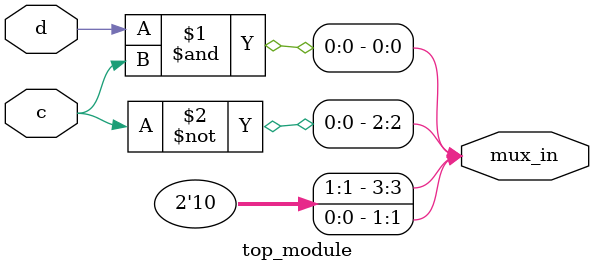
<source format=sv>
module top_module (
    input c,
    input d,
    output [3:0] mux_in
);

    // Assign values based on the provided Karnaugh map

    // ab = 00
    assign mux_in[0] = d & c;

    // ab = 01
    assign mux_in[1] = 0;

    // ab = 11
    assign mux_in[3] = 1;

    // ab = 10
    assign mux_in[2] = ~c;

endmodule

</source>
